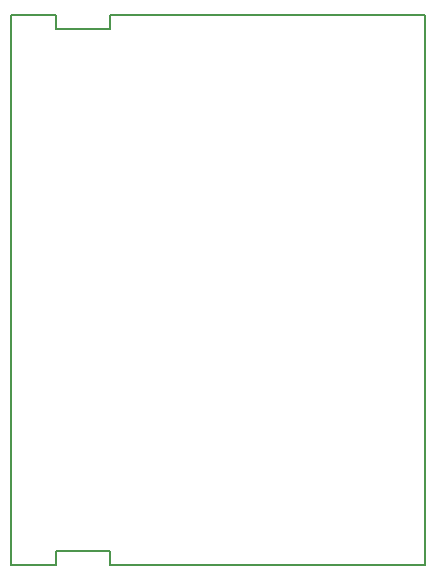
<source format=gbr>
G04 #@! TF.GenerationSoftware,KiCad,Pcbnew,(2017-12-21 revision 23d71cfa9)-makepkg*
G04 #@! TF.CreationDate,2018-06-03T16:50:18-04:00*
G04 #@! TF.ProjectId,OdysseyDaughterCardGateMatrix,4F647973736579446175676874657243,0.1*
G04 #@! TF.SameCoordinates,Original*
G04 #@! TF.FileFunction,Profile,NP*
%FSLAX46Y46*%
G04 Gerber Fmt 4.6, Leading zero omitted, Abs format (unit mm)*
G04 Created by KiCad (PCBNEW (2017-12-21 revision 23d71cfa9)-makepkg) date 06/03/18 16:50:18*
%MOMM*%
%LPD*%
G01*
G04 APERTURE LIST*
%ADD10C,0.150000*%
G04 APERTURE END LIST*
D10*
X157475000Y-77700000D02*
X157475000Y-124300000D01*
X126175000Y-77700000D02*
X122425000Y-77700000D01*
X126175000Y-78900000D02*
X126175000Y-77700000D01*
X130775000Y-78900000D02*
X126175000Y-78900000D01*
X130775000Y-77700000D02*
X130775000Y-78900000D01*
X157475000Y-77700000D02*
X130775000Y-77700000D01*
X130775000Y-124300000D02*
X157475000Y-124300000D01*
X130775000Y-123100000D02*
X130775000Y-124300000D01*
X126175000Y-123100000D02*
X130775000Y-123100000D01*
X126175000Y-124300000D02*
X126175000Y-123100000D01*
X122425000Y-124300000D02*
X126175000Y-124300000D01*
X122425000Y-124300000D02*
X122425000Y-77700000D01*
M02*

</source>
